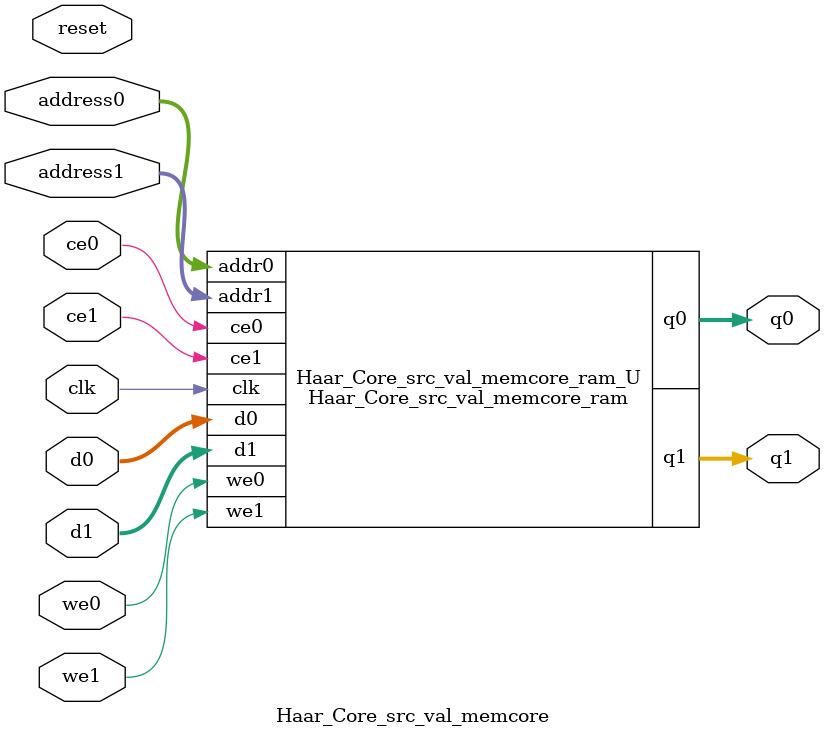
<source format=v>

`timescale 1 ns / 1 ps
module Haar_Core_src_val_memcore_ram (addr0, ce0, d0, we0, q0, addr1, ce1, d1, we1, q1,  clk);

parameter DWIDTH = 8;
parameter AWIDTH = 18;
parameter MEM_SIZE = 262144;

input[AWIDTH-1:0] addr0;
input ce0;
input[DWIDTH-1:0] d0;
input we0;
output reg[DWIDTH-1:0] q0;
input[AWIDTH-1:0] addr1;
input ce1;
input[DWIDTH-1:0] d1;
input we1;
output reg[DWIDTH-1:0] q1;
input clk;

(* ram_style = "block" *)reg [DWIDTH-1:0] ram[0:MEM_SIZE-1];




always @(posedge clk)  
begin 
    if (ce0) 
    begin
        if (we0) 
        begin 
            ram[addr0] <= d0; 
            q0 <= d0;
        end 
        else 
            q0 <= ram[addr0];
    end
end


always @(posedge clk)  
begin 
    if (ce1) 
    begin
        if (we1) 
        begin 
            ram[addr1] <= d1; 
            q1 <= d1;
        end 
        else 
            q1 <= ram[addr1];
    end
end


endmodule


`timescale 1 ns / 1 ps
module Haar_Core_src_val_memcore(
    reset,
    clk,
    address0,
    ce0,
    we0,
    d0,
    q0,
    address1,
    ce1,
    we1,
    d1,
    q1);

parameter DataWidth = 32'd8;
parameter AddressRange = 32'd262144;
parameter AddressWidth = 32'd18;
input reset;
input clk;
input[AddressWidth - 1:0] address0;
input ce0;
input we0;
input[DataWidth - 1:0] d0;
output[DataWidth - 1:0] q0;
input[AddressWidth - 1:0] address1;
input ce1;
input we1;
input[DataWidth - 1:0] d1;
output[DataWidth - 1:0] q1;



Haar_Core_src_val_memcore_ram Haar_Core_src_val_memcore_ram_U(
    .clk( clk ),
    .addr0( address0 ),
    .ce0( ce0 ),
    .we0( we0 ),
    .d0( d0 ),
    .q0( q0 ),
    .addr1( address1 ),
    .ce1( ce1 ),
    .we1( we1 ),
    .d1( d1 ),
    .q1( q1 ));

endmodule


</source>
